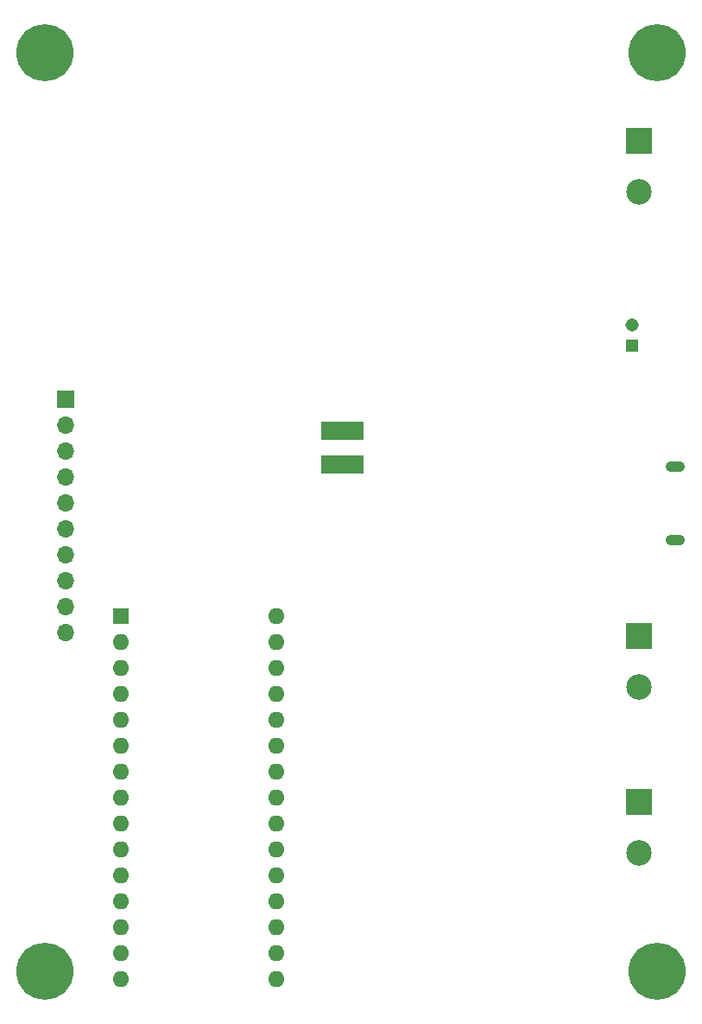
<source format=gbr>
%TF.GenerationSoftware,KiCad,Pcbnew,(6.0.2)*%
%TF.CreationDate,2022-12-13T09:45:59-05:00*%
%TF.ProjectId,BREAD_Slice,42524541-445f-4536-9c69-63652e6b6963,rev?*%
%TF.SameCoordinates,Original*%
%TF.FileFunction,Soldermask,Bot*%
%TF.FilePolarity,Negative*%
%FSLAX46Y46*%
G04 Gerber Fmt 4.6, Leading zero omitted, Abs format (unit mm)*
G04 Created by KiCad (PCBNEW (6.0.2)) date 2022-12-13 09:45:59*
%MOMM*%
%LPD*%
G01*
G04 APERTURE LIST*
%ADD10C,5.600000*%
%ADD11R,1.600000X1.600000*%
%ADD12O,1.600000X1.600000*%
%ADD13R,1.700000X1.700000*%
%ADD14O,1.700000X1.700000*%
%ADD15O,1.900000X1.050000*%
%ADD16R,2.500000X2.500000*%
%ADD17C,2.500000*%
%ADD18R,1.308000X1.308000*%
%ADD19C,1.308000*%
G04 APERTURE END LIST*
%TO.C,SJ1*%
G36*
X158845800Y-82777000D02*
G01*
X154680200Y-82777000D01*
X154680200Y-80999000D01*
X158845800Y-80999000D01*
X158845800Y-82777000D01*
G37*
%TO.C,SJ2*%
G36*
X158845800Y-86079000D02*
G01*
X154680200Y-86079000D01*
X154680200Y-84301000D01*
X158845800Y-84301000D01*
X158845800Y-86079000D01*
G37*
%TD*%
D10*
%TO.C,H1*%
X127600000Y-44800000D03*
%TD*%
%TO.C,H2*%
X187600000Y-44800000D03*
%TD*%
%TO.C,H3*%
X127600000Y-134800000D03*
%TD*%
%TO.C,H4*%
X187600000Y-134800000D03*
%TD*%
D11*
%TO.C,A1*%
X135000000Y-100000000D03*
D12*
X135000000Y-102540000D03*
X135000000Y-105080000D03*
X135000000Y-107620000D03*
X135000000Y-110160000D03*
X135000000Y-112700000D03*
X135000000Y-115240000D03*
X135000000Y-117780000D03*
X135000000Y-120320000D03*
X135000000Y-122860000D03*
X135000000Y-125400000D03*
X135000000Y-127940000D03*
X135000000Y-130480000D03*
X135000000Y-133020000D03*
X135000000Y-135560000D03*
X150240000Y-135560000D03*
X150240000Y-133020000D03*
X150240000Y-130480000D03*
X150240000Y-127940000D03*
X150240000Y-125400000D03*
X150240000Y-122860000D03*
X150240000Y-120320000D03*
X150240000Y-117780000D03*
X150240000Y-115240000D03*
X150240000Y-112700000D03*
X150240000Y-110160000D03*
X150240000Y-107620000D03*
X150240000Y-105080000D03*
X150240000Y-102540000D03*
X150240000Y-100000000D03*
%TD*%
D13*
%TO.C,J1*%
X129600000Y-78800000D03*
D14*
X129600000Y-81340000D03*
X129600000Y-83880000D03*
X129600000Y-86420000D03*
X129600000Y-88960000D03*
X129600000Y-91500000D03*
X129600000Y-94040000D03*
X129600000Y-96580000D03*
X129600000Y-99120000D03*
X129600000Y-101660000D03*
%TD*%
D15*
%TO.C,J2*%
X189385000Y-92545000D03*
X189385000Y-85395000D03*
%TD*%
D16*
%TO.C,J4*%
X185800000Y-118250000D03*
D17*
X185800000Y-123250000D03*
%TD*%
D16*
%TO.C,J5*%
X185800000Y-101994000D03*
D17*
X185800000Y-106994000D03*
%TD*%
D16*
%TO.C,J3*%
X185800000Y-53480000D03*
D17*
X185800000Y-58480000D03*
%TD*%
D18*
%TO.C,BATT1*%
X185157500Y-73490000D03*
D19*
X185157500Y-71490000D03*
%TD*%
M02*

</source>
